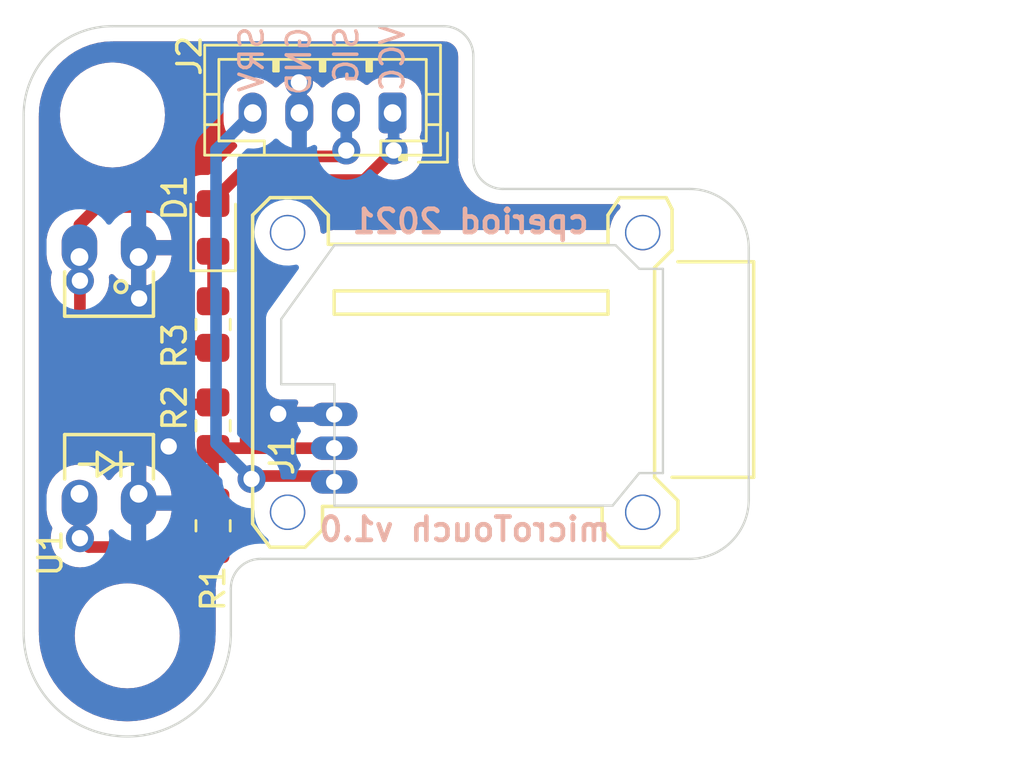
<source format=kicad_pcb>
(kicad_pcb (version 20211014) (generator pcbnew)
  (layers (0 "F.Cu" signal) (31 "B.Cu" signal) (34 "B.Paste" user) (35 "F.Paste" user) (36 "B.SilkS" user "B.Silkscreen") (37 "F.SilkS" user "F.Silkscreen") (38 "B.Mask" user) (39 "F.Mask" user) (44 "Edge.Cuts" user))
  (net 0 "")
  (net 1 "Net-(D1-Pad1)")
  (net 2 "/SIG")
  (net 3 "/SERVO")
  (net 4 "/VCC")
  (net 5 "GND")
  (net 6 "Net-(R1-Pad2)")
  (footprint "MountingHole:MountingHole_3.2mm_M3" (layer "F.Cu") (at 102.235 90.17)
    (fp_text reference "H1" hide)
    (fp_text value "MountingHole" hide)
    (pad "" np_thru_hole circle locked (at 0 0) (size 3.2 3.2) (drill 3.2) (layers *.Cu *.Mask))
  )
  (footprint "Connector_JST:JST_PH_B4B-PH-K_1x04_P2.00mm_Vertical" (layer "F.Cu") (at 114.252 90.085 180)
    (fp_text reference "J2" (at 8.715 2.455 90) (layer "F.SilkS"))
    (fp_text value "PRINTER")
    (fp_line (start -2.06 -0.5) (end -1.45 -0.5) (layer "F.SilkS") (width 0.12))
    (fp_line (start -1.45 2.3) (end 7.45 2.3) (layer "F.SilkS") (width 0.12))
    (fp_line (start 2.9 2.3) (end 2.9 1.8) (layer "F.SilkS") (width 0.12))
    (fp_line (start 5.5 -1.2) (end 5.5 -1.81) (layer "F.SilkS") (width 0.12))
    (fp_line (start 3 2.3) (end 3 1.8) (layer "F.SilkS") (width 0.12))
    (fp_line (start -0.3 -1.91) (end -0.6 -1.91) (layer "F.SilkS") (width 0.12))
    (fp_line (start -1.45 -1.2) (end -1.45 2.3) (layer "F.SilkS") (width 0.12))
    (fp_line (start 5 2.3) (end 5 1.8) (layer "F.SilkS") (width 0.12))
    (fp_line (start 0.9 1.8) (end 1.1 1.8) (layer "F.SilkS") (width 0.12))
    (fp_line (start 5.1 1.8) (end 5.1 2.3) (layer "F.SilkS") (width 0.12))
    (fp_line (start -0.3 -1.81) (end -0.3 -2.01) (layer "F.SilkS") (width 0.12))
    (fp_line (start 0.5 -1.2) (end -1.45 -1.2) (layer "F.SilkS") (width 0.12))
    (fp_line (start 1 2.3) (end 1 1.8) (layer "F.SilkS") (width 0.12))
    (fp_line (start -2.06 -1.81) (end -2.06 2.91) (layer "F.SilkS") (width 0.12))
    (fp_line (start 1.1 1.8) (end 1.1 2.3) (layer "F.SilkS") (width 0.12))
    (fp_line (start -0.6 -2.01) (end -0.6 -1.81) (layer "F.SilkS") (width 0.12))
    (fp_line (start 8.06 0.8) (end 7.45 0.8) (layer "F.SilkS") (width 0.12))
    (fp_line (start 7.45 -1.2) (end 5.5 -1.2) (layer "F.SilkS") (width 0.12))
    (fp_line (start -2.36 -2.11) (end -2.36 -0.86) (layer "F.SilkS") (width 0.12))
    (fp_line (start 4.9 2.3) (end 4.9 1.8) (layer "F.SilkS") (width 0.12))
    (fp_line (start 8.06 2.91) (end 8.06 -1.81) (layer "F.SilkS") (width 0.12))
    (fp_line (start -0.3 -2.01) (end -0.6 -2.01) (layer "F.SilkS") (width 0.12))
    (fp_line (start 0.5 -1.81) (end 0.5 -1.2) (layer "F.SilkS") (width 0.12))
    (fp_line (start 7.45 2.3) (end 7.45 -1.2) (layer "F.SilkS") (width 0.12))
    (fp_line (start -2.06 0.8) (end -1.45 0.8) (layer "F.SilkS") (width 0.12))
    (fp_line (start 4.9 1.8) (end 5.1 1.8) (layer "F.SilkS") (width 0.12))
    (fp_line (start 8.06 -0.5) (end 7.45 -0.5) (layer "F.SilkS") (width 0.12))
    (fp_line (start 8.06 -1.81) (end -2.06 -1.81) (layer "F.SilkS") (width 0.12))
    (fp_line (start 0.9 2.3) (end 0.9 1.8) (layer "F.SilkS") (width 0.12))
    (fp_line (start -1.11 -2.11) (end -2.36 -2.11) (layer "F.SilkS") (width 0.12))
    (fp_line (start -2.06 2.91) (end 8.06 2.91) (layer "F.SilkS") (width 0.12))
    (fp_line (start 3.1 1.8) (end 3.1 2.3) (layer "F.SilkS") (width 0.12))
    (fp_line (start 2.9 1.8) (end 3.1 1.8) (layer "F.SilkS") (width 0.12))
    (pad "1" thru_hole roundrect locked (at 0 0 180) (size 1.2 1.75) (drill 0.75) (layers *.Cu *.Mask) (roundrect_rratio 0.2083333333) (net 4 "/VCC"))
    (pad "2" thru_hole oval locked (at 2 0 180) (size 1.2 1.75) (drill 0.75) (layers *.Cu *.Mask) (net 2 "/SIG"))
    (pad "3" thru_hole oval locked (at 4 0 180) (size 1.2 1.75) (drill 0.75) (layers *.Cu *.Mask) (net 5 "GND"))
    (pad "4" thru_hole oval locked (at 6 0 180) (size 1.2 1.75) (drill 0.75) (layers *.Cu *.Mask) (net 3 "/SERVO"))
  )
  (footprint "LED_SMD:LED_0805_2012Metric_Pad1.15x1.40mm_HandSolder" (layer "F.Cu") (at 106.553 94.996 90)
    (fp_text reference "D1" (at 1.27 -1.651 90) (layer "F.SilkS"))
    (fp_text value "LED")
    (fp_line (start -1.86 -0.96) (end -1.86 0.96) (layer "F.SilkS") (width 0.12))
    (fp_line (start -1.86 0.96) (end 1 0.96) (layer "F.SilkS") (width 0.12))
    (fp_line (start 1 -0.96) (end -1.86 -0.96) (layer "F.SilkS") (width 0.12))
    (pad "1" smd roundrect locked (at -1.025 0 90) (size 1.15 1.4) (layers "F.Cu" "F.Paste" "F.Mask") (roundrect_rratio 0.2173913043) (net 1 "Net-(D1-Pad1)"))
    (pad "2" smd roundrect locked (at 1.025 0 90) (size 1.15 1.4) (layers "F.Cu" "F.Paste" "F.Mask") (roundrect_rratio 0.2173913043) (net 2 "/SIG"))
  )
  (footprint "Resistor_SMD:R_0805_2012Metric_Pad1.20x1.40mm_HandSolder" (layer "F.Cu") (at 106.553 103.505 -90)
    (fp_text reference "R2" (at -0.762 1.651 -90) (layer "F.SilkS"))
    (fp_text value "1K")
    (fp_line (start -0.227064 0.735) (end 0.227064 0.735) (layer "F.SilkS") (width 0.12))
    (fp_line (start -0.227064 -0.735) (end 0.227064 -0.735) (layer "F.SilkS") (width 0.12))
    (pad "1" smd roundrect locked (at -1 0 270) (size 1.2 1.4) (layers "F.Cu" "F.Paste" "F.Mask") (roundrect_rratio 0.2083333333) (net 2 "/SIG"))
    (pad "2" smd roundrect locked (at 1 0 270) (size 1.2 1.4) (layers "F.Cu" "F.Paste" "F.Mask") (roundrect_rratio 0.2083333333) (net 4 "/VCC"))
  )
  (footprint "MountingHole:MountingHole_3.2mm_M3" (layer "F.Cu") (at 102.87 112.522)
    (fp_text reference "H2" hide)
    (fp_text value "MountingHole" hide)
    (pad "" np_thru_hole circle locked (at 0 0) (size 3.2 3.2) (drill 3.2) (layers *.Cu *.Mask))
  )
  (footprint "microTouch:T1302" (layer "F.Cu") (at 103.358 106.426 90)
    (fp_text reference "U1" (at -2.54 -3.79 90 unlocked) (layer "F.SilkS"))
    (fp_text value "T1302")
    (fp_line (start 0.635 0.635) (end 2.54 0.635) (layer "F.SilkS") (width 0.15))
    (fp_line (start 1.27 -1.016) (end 1.27 -0.254) (layer "F.SilkS") (width 0.15))
    (fp_line (start 0.762 -1.778) (end 1.778 -1.778) (layer "F.SilkS") (width 0.15))
    (fp_line (start 1.27 -1.016) (end 0.762 -1.778) (layer "F.SilkS") (width 0.15))
    (fp_line (start 2.54 0.635) (end 2.54 -3.175) (layer "F.SilkS") (width 0.15))
    (fp_line (start 7.62 0.635) (end 9.525 0.635) (layer "F.SilkS") (width 0.15))
    (fp_line (start 9.525 -3.175) (end 7.62 -3.175) (layer "F.SilkS") (width 0.15))
    (fp_line (start 1.27 -2.54) (end 1.27 -1.778) (layer "F.SilkS") (width 0.15))
    (fp_line (start 7.62 -3.175) (end 7.62 0.635) (layer "F.SilkS") (width 0.15))
    (fp_line (start 0.762 -0.762) (end 1.778 -0.762) (layer "F.SilkS") (width 0.15))
    (fp_line (start 1.778 -1.778) (end 1.27 -1.016) (layer "F.SilkS") (width 0.15))
    (fp_line (start 2.54 -3.175) (end 0.635 -3.175) (layer "F.SilkS") (width 0.15))
    (fp_circle (center 8.89 -0.762) (end 8.636 -0.762) (layer "F.SilkS") (width 0.15) (fill none))
    (pad "1" thru_hole oval (at 0 0 90) (size 2 1.524) (drill 0.762 (offset -0.4 0)) (layers *.Cu *.Mask) (net 5 "GND"))
    (pad "2" thru_hole oval (at 0 -2.54 90) (size 2 1.524) (drill 0.762 (offset -0.4 0)) (layers *.Cu *.Mask) (net 6 "Net-(R1-Pad2)"))
    (pad "3" thru_hole oval (at 10.16 -2.54 270) (size 2 1.524) (drill 0.762 (offset -0.4 0)) (layers *.Cu *.Mask) (net 2 "/SIG"))
    (pad "4" thru_hole oval (at 10.16 0 270) (size 2 1.524) (drill 0.762 (offset -0.4 0)) (layers *.Cu *.Mask) (net 5 "GND"))
  )
  (footprint "Resistor_SMD:R_0805_2012Metric_Pad1.20x1.40mm_HandSolder" (layer "F.Cu") (at 106.553 99.1635 -90)
    (fp_text reference "R3" (at 0.9125 1.651 -90) (layer "F.SilkS"))
    (fp_text value "2K2")
    (fp_line (start -0.227064 -0.735) (end 0.227064 -0.735) (layer "F.SilkS") (width 0.12))
    (fp_line (start -0.227064 0.735) (end 0.227064 0.735) (layer "F.SilkS") (width 0.12))
    (pad "1" smd roundrect locked (at -1 0 270) (size 1.2 1.4) (layers "F.Cu" "F.Paste" "F.Mask") (roundrect_rratio 0.2083333333) (net 1 "Net-(D1-Pad1)"))
    (pad "2" smd roundrect locked (at 1 0 270) (size 1.2 1.4) (layers "F.Cu" "F.Paste" "F.Mask") (roundrect_rratio 0.2083333333) (net 5 "GND"))
  )
  (footprint "microTouch:GS-1502" (layer "F.Cu") (at 109.749 95.219)
    (fp_text reference "J1" (at -0.2395 9.556 90 unlocked) (layer "F.SilkS"))
    (fp_text value "SERVO")
    (fp_line (start 14.25 -1.5) (end 16.25 -1.5) (layer "F.SilkS") (width 0.15))
    (fp_line (start -0.75 -1.5) (end 1 -1.5) (layer "F.SilkS") (width 0.15))
    (fp_line (start 0.75 13.5) (end -0.75 13.5) (layer "F.SilkS") (width 0.15))
    (fp_line (start 20 1.25) (end 20 10.5) (layer "F.SilkS") (width 0.15))
    (fp_line (start 13.75 0.5) (end 13.75 -0.75) (layer "F.SilkS") (width 0.15))
    (fp_line (start 16.75 12.75) (end 16 13.5) (layer "F.SilkS") (width 0.15))
    (fp_line (start -1.5 -0.75) (end -0.75 -1.5) (layer "F.SilkS") (width 0.15))
    (fp_line (start 16 13.5) (end 14.25 13.5) (layer "F.SilkS") (width 0.15))
    (fp_line (start 1.75 -0.75) (end 1.75 0.5) (layer "F.SilkS") (width 0.15))
    (fp_line (start 13.5 12.75) (end 13.5 11.75) (layer "F.SilkS") (width 0.15))
    (fp_line (start 16.25 -1.5) (end 16.5 -1) (layer "F.SilkS") (width 0.15))
    (fp_line (start 2 2.5) (end 13.75 2.5) (layer "F.SilkS") (width 0.15))
    (fp_line (start 14.25 13.5) (end 13.5 12.75) (layer "F.SilkS") (width 0.15))
    (fp_line (start 20 10.5) (end 16.5 10.5) (layer "F.SilkS") (width 0.15))
    (fp_line (start 13.75 2.5) (end 13.75 3.5) (layer "F.SilkS") (width 0.15))
    (fp_line (start -1.5 12.5) (end -1.5 -0.75) (layer "F.SilkS") (width 0.15))
    (fp_line (start 15.75 1.5) (end 15.75 10.5) (layer "F.SilkS") (width 0.15))
    (fp_line (start 15.75 10.5) (end 16.75 11.5) (layer "F.SilkS") (width 0.15))
    (fp_line (start 1.75 0.5) (end 13.75 0.5) (layer "F.SilkS") (width 0.15))
    (fp_line (start 16.5 -1) (end 16.5 0.75) (layer "F.SilkS") (width 0.15))
    (fp_line (start 2 3.5) (end 2 2.5) (layer "F.SilkS") (width 0.15))
    (fp_line (start 16.5 0.75) (end 15.75 1.5) (layer "F.SilkS") (width 0.15))
    (fp_line (start 16.75 1.25) (end 17.5 1.25) (layer "F.SilkS") (width 0.15))
    (fp_line (start 13.75 3.5) (end 2 3.5) (layer "F.SilkS") (width 0.15))
    (fp_line (start 13.75 -0.75) (end 14.25 -1.5) (layer "F.SilkS") (width 0.15))
    (fp_line (start 1 -1.5) (end 1.75 -0.75) (layer "F.SilkS") (width 0.15))
    (fp_line (start 17.5 1.25) (end 20 1.25) (layer "F.SilkS") (width 0.15))
    (fp_line (start 13.5 11.75) (end 1.5 11.75) (layer "F.SilkS") (width 0.15))
    (fp_line (start 16.75 11.5) (end 16.75 12.75) (layer "F.SilkS") (width 0.15))
    (fp_line (start 1.5 12.75) (end 0.75 13.5) (layer "F.SilkS") (width 0.15))
    (fp_line (start 1.5 11.75) (end 1.5 12.75) (layer "F.SilkS") (width 0.15))
    (fp_line (start -0.75 13.5) (end -1.5 12.5) (layer "F.SilkS") (width 0.15))
    (pad "" np_thru_hole circle (at 0 0) (size 1.524 1.524) (drill 1.4) (layers F&B.Cu *.Mask))
    (pad "" np_thru_hole circle (at 0 12) (size 1.524 1.524) (drill 1.4) (layers F&B.Cu *.Mask))
    (pad "" np_thru_hole circle (at 15.24 12) (size 1.524 1.524) (drill 1.4) (layers F&B.Cu *.Mask))
    (pad "" np_thru_hole circle (at 15.24 0) (size 1.524 1.524) (drill 1.4) (layers F&B.Cu *.Mask))
    (pad "1" thru_hole oval (at 2 10.7) (size 2 1) (drill 0.7) (layers *.Cu *.Mask) (net 3 "/SERVO"))
    (pad "2" thru_hole oval (at 2 9.25) (size 2 1) (drill 0.7) (layers *.Cu *.Mask) (net 4 "/VCC"))
    (pad "3" thru_hole oval (at 2 7.8) (size 2 1) (drill 0.7) (layers *.Cu *.Mask) (net 5 "GND"))
  )
  (footprint "Resistor_SMD:R_0805_2012Metric_Pad1.20x1.40mm_HandSolder" (layer "F.Cu") (at 106.553 107.7995 -90)
    (fp_text reference "R1" (at 2.6905 0 -90) (layer "F.SilkS"))
    (fp_text value "220")
    (fp_line (start -0.227064 0.735) (end 0.227064 0.735) (layer "F.SilkS") (width 0.12))
    (fp_line (start -0.227064 -0.735) (end 0.227064 -0.735) (layer "F.SilkS") (width 0.12))
    (pad "1" smd roundrect locked (at -1 0 270) (size 1.2 1.4) (layers "F.Cu" "F.Paste" "F.Mask") (roundrect_rratio 0.2083333333) (net 4 "/VCC"))
    (pad "2" smd roundrect locked (at 1 0 270) (size 1.2 1.4) (layers "F.Cu" "F.Paste" "F.Mask") (roundrect_rratio 0.2083333333) (net 6 "Net-(R1-Pad2)"))
  )
  (gr_line (start 117.719974 87.63) (end 117.719974 92.075) (layer "Edge.Cuts") (width 0.1))
  (gr_line (start 124.841 96.774) (end 125.857 96.774) (layer "Edge.Cuts") (width 0.1))
  (gr_arc (start 107.315 110.49) (mid 107.686974 109.591974) (end 108.585 109.22) (layer "Edge.Cuts") (width 0.1))
  (gr_line (start 118.989974 93.345) (end 127 93.345) (layer "Edge.Cuts") (width 0.1))
  (gr_line (start 123.825 95.758) (end 124.841 96.774) (layer "Edge.Cuts") (width 0.1))
  (gr_line (start 125.857 96.774) (end 125.857 105.537) (layer "Edge.Cuts") (width 0.1))
  (gr_line (start 98.425 112.395) (end 98.425 90.17) (layer "Edge.Cuts") (width 0.1))
  (gr_arc (start 116.449974 86.36) (mid 117.348 86.731974) (end 117.719974 87.63) (layer "Edge.Cuts") (width 0.1))
  (gr_line (start 123.698 106.934) (end 111.76 106.934) (layer "Edge.Cuts") (width 0.1))
  (gr_line (start 109.474 101.727) (end 109.474 98.933) (layer "Edge.Cuts") (width 0.1))
  (gr_line (start 107.315 110.49) (end 107.315 112.395) (layer "Edge.Cuts") (width 0.1))
  (gr_arc (start 107.315 112.395) (mid 102.87 116.84) (end 98.425 112.395) (layer "Edge.Cuts") (width 0.1))
  (gr_line (start 111.76 101.727) (end 109.474 101.727) (layer "Edge.Cuts") (width 0.1))
  (gr_line (start 124.841 105.537) (end 123.698 106.934) (layer "Edge.Cuts") (width 0.1))
  (gr_arc (start 129.54 106.68) (mid 128.796051 108.476051) (end 127 109.22) (layer "Edge.Cuts") (width 0.1))
  (gr_arc (start 127 93.345) (mid 128.796051 94.088949) (end 129.54 95.885) (layer "Edge.Cuts") (width 0.1))
  (gr_line (start 102.235 86.36) (end 116.449974 86.36) (layer "Edge.Cuts") (width 0.1))
  (gr_arc (start 118.989974 93.345) (mid 118.091948 92.973026) (end 117.719974 92.075) (layer "Edge.Cuts") (width 0.1))
  (gr_line (start 129.54 95.885) (end 129.54 106.68) (layer "Edge.Cuts") (width 0.1))
  (gr_line (start 127 109.22) (end 108.585 109.22) (layer "Edge.Cuts") (width 0.1))
  (gr_line (start 125.857 105.537) (end 124.841 105.537) (layer "Edge.Cuts") (width 0.1))
  (gr_line (start 109.474 98.933) (end 111.76 95.758) (layer "Edge.Cuts") (width 0.1))
  (gr_line (start 111.76 95.758) (end 123.825 95.758) (layer "Edge.Cuts") (width 0.1))
  (gr_line (start 111.76 106.934) (end 111.76 101.727) (layer "Edge.Cuts") (width 0.1))
  (gr_arc (start 98.425 90.17) (mid 99.540923 87.475923) (end 102.235 86.36) (layer "Edge.Cuts") (width 0.1))
  (gr_text "GND" (at 110.236 89.408 90) (layer "B.SilkS") (effects (font (size 1 0.95)) (justify right mirror)))
  (gr_text "SIG" (at 112.268 88.9 90) (layer "B.SilkS") (effects (font (size 1 1)) (justify right mirror)))
  (gr_text "cperiod 2021" (at 117.602 94.742) (layer "B.SilkS") (effects (font (size 1 1) (thickness 0.2)) (justify mirror)))
  (gr_text "VCC" (at 114.2492 89.2556 90) (layer "B.SilkS") (effects (font (size 1 1)) (justify right mirror)))
  (gr_text "SRV" (at 108.204 89.281 90) (layer "B.SilkS") (effects (font (size 1 1)) (justify right mirror)))
  (gr_text "microTouch v1.0" (at 117.348 107.95) (layer "B.SilkS") (effects (font (size 1 1) (thickness 0.2)) (justify mirror)))
  (segment (start 106.553 98.251) (end 106.553 95.871) (width 0.5) (layer "F.Cu") (net 1))
  (segment (start 112.014 91.948) (end 112.268 91.694) (width 0.5) (layer "F.Cu") (net 2))
  (segment (start 100.838 100.457) (end 102.9735 102.5925) (width 0.5) (layer "F.Cu") (net 2))
  (segment (start 100.838 97.282) (end 100.838 100.457) (width 0.5) (layer "F.Cu") (net 2))
  (segment (start 102.9735 102.5925) (end 106.553 102.5925) (width 0.5) (layer "F.Cu") (net 2))
  (segment (start 101.586 94.121) (end 106.553 94.121) (width 0.5) (layer "F.Cu") (net 2))
  (segment (start 106.553 94.121) (end 106.553 93.853) (width 0.5) (layer "F.Cu") (net 2))
  (segment (start 100.818 96.266) (end 100.818 94.889) (width 0.5) (layer "F.Cu") (net 2))
  (segment (start 100.818 94.889) (end 101.586 94.121) (width 0.5) (layer "F.Cu") (net 2))
  (segment (start 108.458 91.948) (end 112.014 91.948) (width 0.5) (layer "F.Cu") (net 2))
  (segment (start 106.553 93.853) (end 108.458 91.948) (width 0.5) (layer "F.Cu") (net 2))
  (via (at 112.268 91.694) (size 1.2) (drill 0.7) (layers "F.Cu" "B.Cu") (net 2))
  (via (at 100.838 97.282) (size 1.2) (drill 0.7) (layers "F.Cu" "B.Cu") (net 2))
  (segment (start 100.838 96.286) (end 100.818 96.266) (width 0.5) (layer "B.Cu") (net 2))
  (segment (start 112.268 91.694) (end 112.268 90.101) (width 0.5) (layer "B.Cu") (net 2))
  (segment (start 100.838 97.282) (end 100.838 96.286) (width 0.5) (layer "B.Cu") (net 2))
  (segment (start 112.268 90.101) (end 112.252 90.085) (width 0.5) (layer "B.Cu") (net 2))
  (segment (start 108.204 105.791) (end 108.331 105.664) (width 0.5) (layer "F.Cu") (net 3))
  (segment (start 111.494 105.664) (end 111.749 105.919) (width 0.5) (layer "F.Cu") (net 3))
  (segment (start 108.331 105.664) (end 111.494 105.664) (width 0.5) (layer "F.Cu") (net 3))
  (via (at 108.204 105.791) (size 1.2) (drill 0.7) (layers "F.Cu" "B.Cu") (net 3))
  (segment (start 106.68 104.267) (end 106.68 91.657) (width 0.5) (layer "B.Cu") (net 3))
  (segment (start 108.204 105.791) (end 106.68 104.267) (width 0.5) (layer "B.Cu") (net 3))
  (segment (start 106.68 91.657) (end 108.252 90.085) (width 0.5) (layer "B.Cu") (net 3))
  (segment (start 107.95 104.394) (end 107.875 104.469) (width 0.5) (layer "F.Cu") (net 4))
  (segment (start 106.553 104.5205) (end 106.553 106.887) (width 0.5) (layer "F.Cu") (net 4))
  (segment (start 107.95 93.98) (end 107.95 104.394) (width 0.5) (layer "F.Cu") (net 4))
  (segment (start 108.966 92.964) (end 107.95 93.98) (width 0.5) (layer "F.Cu") (net 4))
  (segment (start 106.5015 104.469) (end 106.553 104.5205) (width 0.5) (layer "F.Cu") (net 4))
  (segment (start 111.749 104.469) (end 106.5015 104.469) (width 0.5) (layer "F.Cu") (net 4))
  (segment (start 113.03 92.964) (end 108.966 92.964) (width 0.5) (layer "F.Cu") (net 4))
  (segment (start 114.3 91.694) (end 113.03 92.964) (width 0.5) (layer "F.Cu") (net 4))
  (via (at 114.3 91.694) (size 1.2) (drill 0.7) (layers "F.Cu" "B.Cu") (net 4))
  (segment (start 114.3 91.694) (end 114.3 90.133) (width 0.5) (layer "B.Cu") (net 4))
  (segment (start 114.3 90.133) (end 114.252 90.085) (width 0.5) (layer "B.Cu") (net 4))
  (via (at 110.236 88.773) (size 1.2) (drill 0.7) (layers "F.Cu" "B.Cu") (net 5))
  (via (at 104.648 104.394) (size 1.2) (drill 0.7) (layers "F.Cu" "B.Cu") (net 5))
  (via (at 103.378 98.044) (size 1.2) (drill 0.7) (layers "F.Cu" "B.Cu") (net 5))
  (via (at 109.347 102.997) (size 1.2) (drill 0.7) (layers "F.Cu" "B.Cu") (net 5))
  (segment (start 100.838 108.331) (end 101.219 108.712) (width 0.5) (layer "F.Cu") (net 6))
  (segment (start 101.219 108.712) (end 106.553 108.712) (width 0.5) (layer "F.Cu") (net 6))
  (via (at 100.838 108.331) (size 1.2) (drill 0.7) (layers "F.Cu" "B.Cu") (net 6))
  (segment (start 100.838 108.331) (end 100.818 108.311) (width 0.5) (layer "B.Cu") (net 6))
  (segment (start 100.818 106.426) (end 101.072 106.426) (width 0.5) (layer "B.Cu") (net 6))
  (segment (start 100.818 108.311) (end 100.818 106.426) (width 0.5) (layer "B.Cu") (net 6))
  (zone (net 5) (net_name "GND") (layers F&B.Cu) (connect_pads (clearance 0.65)) (min_thickness 0.254) (fill yes (thermal_gap 0.65) (thermal_bridge_width 0.65))
    (polygon (pts (xy 141.351 117.983) (xy 97.409 117.983) (xy 97.409 85.598) (xy 141.351 85.598)))
  )
)
</source>
